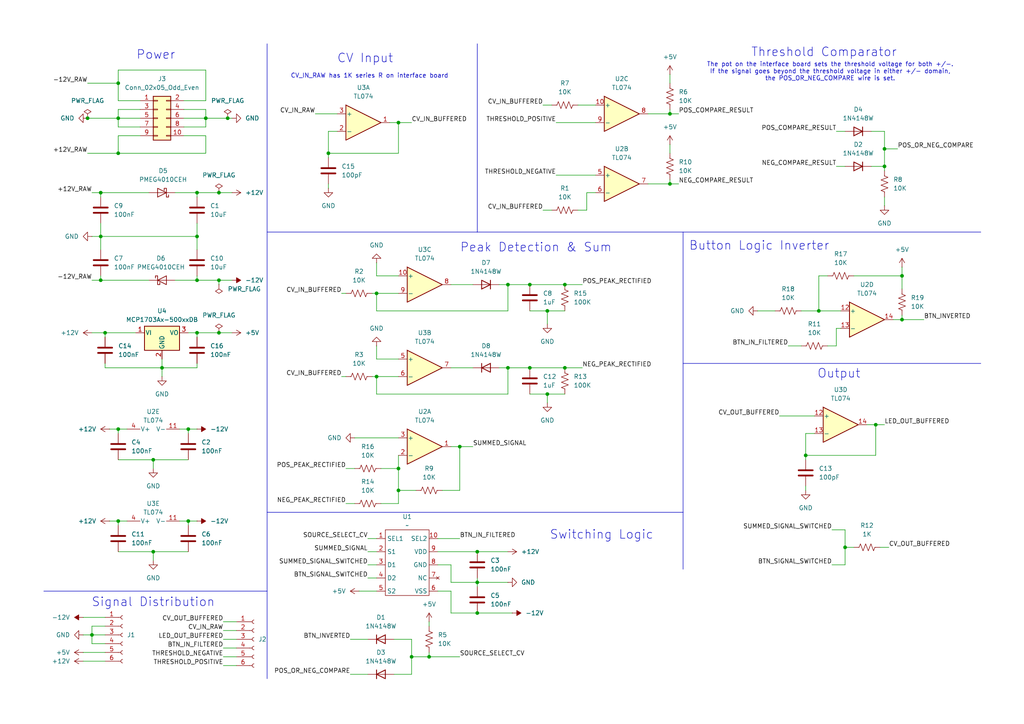
<source format=kicad_sch>
(kicad_sch (version 20250114) (generator "eeschema") (generator_version "9.0")
  (paper "A4")
  (title_block (title "CV/Button Square Wave Converter Logic Board") (company "Sound Byte Labs"))
  (text "CV_IN_RAW has 1K series R on interface board" (at 107.188 22.098 0) (effects (font (size 1.27 1.27))))
  (text "The pot on the interface board sets the threshold voltage for both +/-.\nIf the signal goes beyond the threshold voltage in either +/- domain,\nthe POS_OR_NEG_COMPARE wire is set." (at 240.792 20.828 0) (effects (font (size 1.27 1.27))))
  (text "Switching Logic" (at 174.498 155.194 0) (effects (font (size 2.54 2.54))))
  (text "CV Input" (at 105.918 17.018 0) (effects (font (size 2.54 2.54))))
  (text "Signal Distribution" (at 44.45 174.752 0) (effects (font (size 2.54 2.54))))
  (text "Button Logic Inverter" (at 220.218 71.374 0) (effects (font (size 2.54 2.54))))
  (text "Peak Detection & Sum" (at 155.448 71.882 0) (effects (font (size 2.54 2.54))))
  (text "Threshold Comparator" (at 239.014 15.24 0) (effects (font (size 2.54 2.54))))
  (text "Power" (at 45.212 16.002 0) (effects (font (size 2.54 2.54))))
  (text "Output" (at 243.332 108.458 0) (effects (font (size 2.54 2.54))))
  (junction (at 194.31 33.02))
  (junction (at 261.62 80.01))
  (junction (at 57.15 55.88))
  (junction (at 163.83 106.68))
  (junction (at 63.5 81.28))
  (junction (at 30.48 96.52))
  (junction (at 34.29 44.45))
  (junction (at 63.5 55.88))
  (junction (at 163.83 82.55))
  (junction (at 138.43 177.8))
  (junction (at 34.29 34.29))
  (junction (at 57.15 68.58))
  (junction (at 25.4 34.29))
  (junction (at 245.11 158.75))
  (junction (at 44.45 133.35))
  (junction (at 115.57 35.56))
  (junction (at 57.15 96.52))
  (junction (at 194.31 53.34))
  (junction (at 254 123.19))
  (junction (at 158.75 90.17))
  (junction (at 115.57 142.24))
  (junction (at 66.04 34.29))
  (junction (at 109.22 109.22))
  (junction (at 59.69 34.29))
  (junction (at 119.38 190.5))
  (junction (at 34.29 151.13))
  (junction (at 57.15 81.28))
  (junction (at 158.75 114.3))
  (junction (at 147.32 106.68))
  (junction (at 138.43 168.91))
  (junction (at 44.45 160.02))
  (junction (at 54.61 151.13))
  (junction (at 261.62 92.71))
  (junction (at 34.29 124.46))
  (junction (at 256.54 48.26))
  (junction (at 34.29 24.13))
  (junction (at 133.35 129.54))
  (junction (at 46.99 106.68))
  (junction (at 233.68 132.08))
  (junction (at 109.22 85.09))
  (junction (at 153.67 82.55))
  (junction (at 115.57 135.89))
  (junction (at 256.54 43.18))
  (junction (at 95.25 44.45))
  (junction (at 147.32 82.55))
  (junction (at 54.61 124.46))
  (junction (at 153.67 106.68))
  (junction (at 29.21 68.58))
  (junction (at 26.67 184.15))
  (junction (at 29.21 55.88))
  (junction (at 237.49 90.17))
  (junction (at 29.21 81.28))
  (junction (at 63.5 96.52))
  (junction (at 124.46 190.5))
  (junction (at 138.43 160.02))
  (wire (pts (xy 256.54 48.26) (xy 256.54 49.53)))
  (wire (pts (xy 50.8 81.28) (xy 57.15 81.28)))
  (wire (pts (xy 52.07 124.46) (xy 54.61 124.46)))
  (wire (pts (xy 53.34 31.75) (xy 59.69 31.75)))
  (wire (pts (xy 97.79 38.1) (xy 95.25 38.1)))
  (wire (pts (xy 24.13 179.07) (xy 30.48 179.07)))
  (wire (pts (xy 34.29 44.45) (xy 59.69 44.45)))
  (wire (pts (xy 95.25 38.1) (xy 95.25 44.45)))
  (wire (pts (xy 26.67 68.58) (xy 29.21 68.58)))
  (wire (pts (xy 44.45 133.35) (xy 44.45 135.89)))
  (wire (pts (xy 242.57 95.25) (xy 243.84 95.25)))
  (wire (pts (xy 34.29 124.46) (xy 36.83 124.46)))
  (wire (pts (xy 157.48 60.96) (xy 160.02 60.96)))
  (wire (pts (xy 50.8 55.88) (xy 57.15 55.88)))
  (wire (pts (xy 31.75 151.13) (xy 34.29 151.13)))
  (wire (pts (xy 261.62 92.71) (xy 267.97 92.71)))
  (wire (pts (xy 34.29 39.37) (xy 40.64 39.37)))
  (wire (pts (xy 147.32 90.17) (xy 109.22 90.17)))
  (wire (pts (xy 31.75 124.46) (xy 34.29 124.46)))
  (wire (pts (xy 34.29 34.29) (xy 34.29 36.83)))
  (wire (pts (xy 130.81 168.91) (xy 130.81 163.83)))
  (wire (pts (xy 130.81 177.8) (xy 138.43 177.8)))
  (wire (pts (xy 26.67 96.52) (xy 30.48 96.52)))
  (wire (pts (xy 194.31 53.34) (xy 196.85 53.34)))
  (wire (pts (xy 167.64 60.96) (xy 170.18 60.96)))
  (wire (pts (xy 233.68 132.08) (xy 254 132.08)))
  (wire (pts (xy 226.06 120.65) (xy 236.22 120.65)))
  (wire (pts (xy 110.49 135.89) (xy 115.57 135.89)))
  (wire (pts (xy 34.29 24.13) (xy 34.29 29.21)))
  (wire (pts (xy 133.35 129.54) (xy 137.16 129.54)))
  (wire (pts (xy 64.77 190.5) (xy 68.58 190.5)))
  (wire (pts (xy 194.31 31.75) (xy 194.31 33.02)))
  (wire (pts (xy 233.68 125.73) (xy 233.68 132.08)))
  (polyline (pts (xy 198.12 165.1) (xy 198.12 148.59)))
  (wire (pts (xy 34.29 29.21) (xy 40.64 29.21)))
  (wire (pts (xy 158.75 90.17) (xy 163.83 90.17)))
  (wire (pts (xy 100.33 146.05) (xy 102.87 146.05)))
  (wire (pts (xy 59.69 29.21) (xy 59.69 20.32)))
  (wire (pts (xy 109.22 104.14) (xy 109.22 100.33)))
  (polyline (pts (xy 12.7 171.45) (xy 77.47 171.45)))
  (wire (pts (xy 194.31 33.02) (xy 187.96 33.02)))
  (wire (pts (xy 163.83 82.55) (xy 168.91 82.55)))
  (wire (pts (xy 153.67 90.17) (xy 158.75 90.17)))
  (wire (pts (xy 57.15 80.01) (xy 57.15 81.28)))
  (wire (pts (xy 158.75 114.3) (xy 158.75 116.84)))
  (wire (pts (xy 256.54 57.15) (xy 256.54 59.69)))
  (wire (pts (xy 25.4 44.45) (xy 34.29 44.45)))
  (wire (pts (xy 24.13 184.15) (xy 26.67 184.15)))
  (wire (pts (xy 256.54 43.18) (xy 260.35 43.18)))
  (wire (pts (xy 240.03 100.33) (xy 242.57 100.33)))
  (wire (pts (xy 101.6 185.42) (xy 106.68 185.42)))
  (wire (pts (xy 124.46 180.34) (xy 124.46 181.61)))
  (wire (pts (xy 237.49 80.01) (xy 237.49 90.17)))
  (wire (pts (xy 130.81 171.45) (xy 127 171.45)))
  (wire (pts (xy 101.6 195.58) (xy 106.68 195.58)))
  (wire (pts (xy 40.64 36.83) (xy 34.29 36.83)))
  (wire (pts (xy 236.22 125.73) (xy 233.68 125.73)))
  (wire (pts (xy 219.71 90.17) (xy 224.79 90.17)))
  (wire (pts (xy 130.81 177.8) (xy 130.81 171.45)))
  (wire (pts (xy 233.68 132.08) (xy 233.68 133.35)))
  (wire (pts (xy 127 160.02) (xy 138.43 160.02)))
  (wire (pts (xy 115.57 35.56) (xy 115.57 44.45)))
  (wire (pts (xy 59.69 31.75) (xy 59.69 34.29)))
  (wire (pts (xy 115.57 85.09) (xy 109.22 85.09)))
  (wire (pts (xy 64.77 187.96) (xy 68.58 187.96)))
  (wire (pts (xy 161.29 35.56) (xy 172.72 35.56)))
  (wire (pts (xy 124.46 189.23) (xy 124.46 190.5)))
  (polyline (pts (xy 198.12 148.59) (xy 198.12 67.31)))
  (wire (pts (xy 34.29 31.75) (xy 34.29 34.29)))
  (wire (pts (xy 29.21 55.88) (xy 29.21 57.15)))
  (wire (pts (xy 153.67 114.3) (xy 158.75 114.3)))
  (wire (pts (xy 153.67 82.55) (xy 163.83 82.55)))
  (wire (pts (xy 26.67 186.69) (xy 26.67 184.15)))
  (wire (pts (xy 64.77 180.34) (xy 68.58 180.34)))
  (wire (pts (xy 130.81 168.91) (xy 138.43 168.91)))
  (wire (pts (xy 52.07 151.13) (xy 54.61 151.13)))
  (wire (pts (xy 138.43 168.91) (xy 147.32 168.91)))
  (wire (pts (xy 100.33 135.89) (xy 102.87 135.89)))
  (wire (pts (xy 57.15 81.28) (xy 63.5 81.28)))
  (wire (pts (xy 53.34 36.83) (xy 59.69 36.83)))
  (wire (pts (xy 133.35 129.54) (xy 130.81 129.54)))
  (wire (pts (xy 29.21 68.58) (xy 29.21 72.39)))
  (wire (pts (xy 256.54 38.1) (xy 256.54 43.18)))
  (wire (pts (xy 170.18 60.96) (xy 170.18 55.88)))
  (wire (pts (xy 245.11 158.75) (xy 245.11 153.67)))
  (wire (pts (xy 130.81 106.68) (xy 137.16 106.68)))
  (polyline (pts (xy 77.47 12.7) (xy 77.47 171.45)))
  (wire (pts (xy 161.29 50.8) (xy 172.72 50.8)))
  (wire (pts (xy 245.11 163.83) (xy 245.11 158.75)))
  (wire (pts (xy 153.67 106.68) (xy 163.83 106.68)))
  (wire (pts (xy 109.22 114.3) (xy 109.22 109.22)))
  (wire (pts (xy 109.22 90.17) (xy 109.22 85.09)))
  (wire (pts (xy 127 156.21) (xy 133.35 156.21)))
  (wire (pts (xy 115.57 35.56) (xy 119.38 35.56)))
  (wire (pts (xy 138.43 168.91) (xy 138.43 170.18)))
  (wire (pts (xy 242.57 38.1) (xy 245.11 38.1)))
  (wire (pts (xy 194.31 41.91) (xy 194.31 44.45)))
  (polyline (pts (xy 138.43 12.7) (xy 138.43 67.31)))
  (wire (pts (xy 252.73 48.26) (xy 256.54 48.26)))
  (wire (pts (xy 59.69 34.29) (xy 66.04 34.29)))
  (wire (pts (xy 34.29 20.32) (xy 59.69 20.32)))
  (wire (pts (xy 57.15 64.77) (xy 57.15 68.58)))
  (wire (pts (xy 158.75 114.3) (xy 163.83 114.3)))
  (wire (pts (xy 29.21 81.28) (xy 43.18 81.28)))
  (wire (pts (xy 53.34 29.21) (xy 59.69 29.21)))
  (wire (pts (xy 24.13 191.77) (xy 30.48 191.77)))
  (wire (pts (xy 30.48 106.68) (xy 46.99 106.68)))
  (wire (pts (xy 194.31 33.02) (xy 196.85 33.02)))
  (wire (pts (xy 115.57 135.89) (xy 115.57 132.08)))
  (wire (pts (xy 102.87 127) (xy 115.57 127)))
  (wire (pts (xy 242.57 100.33) (xy 242.57 95.25)))
  (wire (pts (xy 46.99 106.68) (xy 57.15 106.68)))
  (wire (pts (xy 119.38 190.5) (xy 124.46 190.5)))
  (wire (pts (xy 54.61 124.46) (xy 57.15 124.46)))
  (wire (pts (xy 44.45 133.35) (xy 54.61 133.35)))
  (wire (pts (xy 128.27 142.24) (xy 133.35 142.24)))
  (wire (pts (xy 261.62 91.44) (xy 261.62 92.71)))
  (wire (pts (xy 34.29 44.45) (xy 34.29 39.37)))
  (wire (pts (xy 95.25 44.45) (xy 115.57 44.45)))
  (wire (pts (xy 57.15 105.41) (xy 57.15 106.68)))
  (wire (pts (xy 241.3 153.67) (xy 245.11 153.67)))
  (wire (pts (xy 110.49 146.05) (xy 115.57 146.05)))
  (wire (pts (xy 158.75 90.17) (xy 158.75 93.98)))
  (wire (pts (xy 106.68 156.21) (xy 109.22 156.21)))
  (wire (pts (xy 64.77 193.04) (xy 68.58 193.04)))
  (wire (pts (xy 57.15 68.58) (xy 57.15 72.39)))
  (wire (pts (xy 251.46 123.19) (xy 254 123.19)))
  (wire (pts (xy 63.5 81.28) (xy 67.31 81.28)))
  (wire (pts (xy 133.35 142.24) (xy 133.35 129.54)))
  (wire (pts (xy 57.15 97.79) (xy 57.15 96.52)))
  (wire (pts (xy 54.61 96.52) (xy 57.15 96.52)))
  (wire (pts (xy 254 123.19) (xy 256.54 123.19)))
  (wire (pts (xy 44.45 160.02) (xy 54.61 160.02)))
  (wire (pts (xy 130.81 163.83) (xy 127 163.83)))
  (wire (pts (xy 233.68 140.97) (xy 233.68 142.24)))
  (wire (pts (xy 54.61 124.46) (xy 54.61 125.73)))
  (polyline (pts (xy 138.43 67.31) (xy 284.48 67.31)))
  (wire (pts (xy 34.29 160.02) (xy 44.45 160.02)))
  (wire (pts (xy 59.69 36.83) (xy 59.69 34.29)))
  (wire (pts (xy 29.21 68.58) (xy 57.15 68.58)))
  (wire (pts (xy 254 132.08) (xy 254 123.19)))
  (wire (pts (xy 26.67 181.61) (xy 26.67 184.15)))
  (wire (pts (xy 187.96 53.34) (xy 194.31 53.34)))
  (wire (pts (xy 144.78 106.68) (xy 147.32 106.68)))
  (wire (pts (xy 107.95 85.09) (xy 109.22 85.09)))
  (polyline (pts (xy 198.12 148.59) (xy 77.47 148.59)))
  (polyline (pts (xy 198.12 105.41) (xy 284.48 105.41)))
  (wire (pts (xy 46.99 106.68) (xy 46.99 109.22)))
  (wire (pts (xy 106.68 163.83) (xy 109.22 163.83)))
  (wire (pts (xy 99.06 85.09) (xy 100.33 85.09)))
  (wire (pts (xy 109.22 109.22) (xy 115.57 109.22)))
  (wire (pts (xy 119.38 190.5) (xy 119.38 185.42)))
  (wire (pts (xy 95.25 53.34) (xy 95.25 54.61)))
  (wire (pts (xy 163.83 106.68) (xy 168.91 106.68)))
  (wire (pts (xy 232.41 90.17) (xy 237.49 90.17)))
  (wire (pts (xy 147.32 106.68) (xy 147.32 114.3)))
  (wire (pts (xy 107.95 109.22) (xy 109.22 109.22)))
  (wire (pts (xy 115.57 104.14) (xy 109.22 104.14)))
  (wire (pts (xy 147.32 106.68) (xy 153.67 106.68)))
  (wire (pts (xy 30.48 105.41) (xy 30.48 106.68)))
  (wire (pts (xy 124.46 190.5) (xy 133.35 190.5)))
  (wire (pts (xy 29.21 80.01) (xy 29.21 81.28)))
  (wire (pts (xy 54.61 151.13) (xy 57.15 151.13)))
  (wire (pts (xy 40.64 31.75) (xy 34.29 31.75)))
  (wire (pts (xy 241.3 163.83) (xy 245.11 163.83)))
  (wire (pts (xy 29.21 64.77) (xy 29.21 68.58)))
  (polyline (pts (xy 77.47 171.45) (xy 77.47 196.85)))
  (wire (pts (xy 25.4 34.29) (xy 34.29 34.29)))
  (wire (pts (xy 34.29 151.13) (xy 34.29 152.4)))
  (wire (pts (xy 256.54 43.18) (xy 256.54 48.26)))
  (wire (pts (xy 114.3 185.42) (xy 119.38 185.42)))
  (wire (pts (xy 95.25 44.45) (xy 95.25 45.72)))
  (wire (pts (xy 261.62 80.01) (xy 261.62 83.82)))
  (wire (pts (xy 30.48 96.52) (xy 30.48 97.79)))
  (wire (pts (xy 64.77 182.88) (xy 68.58 182.88)))
  (wire (pts (xy 115.57 142.24) (xy 115.57 135.89)))
  (wire (pts (xy 26.67 81.28) (xy 29.21 81.28)))
  (wire (pts (xy 259.08 92.71) (xy 261.62 92.71)))
  (wire (pts (xy 30.48 96.52) (xy 39.37 96.52)))
  (wire (pts (xy 25.4 24.13) (xy 34.29 24.13)))
  (wire (pts (xy 194.31 21.59) (xy 194.31 24.13)))
  (wire (pts (xy 255.27 158.75) (xy 257.81 158.75)))
  (wire (pts (xy 109.22 80.01) (xy 109.22 76.2)))
  (wire (pts (xy 53.34 39.37) (xy 59.69 39.37)))
  (wire (pts (xy 67.31 34.29) (xy 66.04 34.29)))
  (wire (pts (xy 57.15 55.88) (xy 57.15 57.15)))
  (wire (pts (xy 54.61 151.13) (xy 54.61 152.4)))
  (wire (pts (xy 63.5 96.52) (xy 67.31 96.52)))
  (wire (pts (xy 114.3 195.58) (xy 119.38 195.58)))
  (wire (pts (xy 170.18 55.88) (xy 172.72 55.88)))
  (wire (pts (xy 113.03 35.56) (xy 115.57 35.56)))
  (wire (pts (xy 64.77 185.42) (xy 68.58 185.42)))
  (wire (pts (xy 138.43 177.8) (xy 148.59 177.8)))
  (wire (pts (xy 147.32 114.3) (xy 109.22 114.3)))
  (wire (pts (xy 46.99 104.14) (xy 46.99 106.68)))
  (wire (pts (xy 34.29 124.46) (xy 34.29 125.73)))
  (wire (pts (xy 119.38 190.5) (xy 119.38 195.58)))
  (wire (pts (xy 26.67 184.15) (xy 30.48 184.15)))
  (wire (pts (xy 63.5 55.88) (xy 67.31 55.88)))
  (wire (pts (xy 261.62 77.47) (xy 261.62 80.01)))
  (wire (pts (xy 109.22 80.01) (xy 115.57 80.01)))
  (wire (pts (xy 59.69 39.37) (xy 59.69 44.45)))
  (wire (pts (xy 115.57 146.05) (xy 115.57 142.24)))
  (wire (pts (xy 247.65 158.75) (xy 245.11 158.75)))
  (wire (pts (xy 144.78 82.55) (xy 147.32 82.55)))
  (wire (pts (xy 157.48 30.48) (xy 160.02 30.48)))
  (wire (pts (xy 29.21 55.88) (xy 43.18 55.88)))
  (polyline (pts (xy 77.47 67.31) (xy 138.43 67.31)))
  (wire (pts (xy 237.49 90.17) (xy 243.84 90.17)))
  (wire (pts (xy 57.15 55.88) (xy 63.5 55.88)))
  (wire (pts (xy 30.48 181.61) (xy 26.67 181.61)))
  (wire (pts (xy 24.13 189.23) (xy 30.48 189.23)))
  (wire (pts (xy 247.65 80.01) (xy 261.62 80.01)))
  (wire (pts (xy 115.57 142.24) (xy 120.65 142.24)))
  (wire (pts (xy 138.43 168.91) (xy 138.43 167.64)))
  (wire (pts (xy 147.32 82.55) (xy 153.67 82.55)))
  (wire (pts (xy 104.14 171.45) (xy 109.22 171.45)))
  (wire (pts (xy 106.68 160.02) (xy 109.22 160.02)))
  (wire (pts (xy 252.73 38.1) (xy 256.54 38.1)))
  (wire (pts (xy 57.15 96.52) (xy 63.5 96.52)))
  (wire (pts (xy 44.45 160.02) (xy 44.45 162.56)))
  (wire (pts (xy 34.29 133.35) (xy 44.45 133.35)))
  (wire (pts (xy 138.43 160.02) (xy 147.32 160.02)))
  (wire (pts (xy 130.81 82.55) (xy 137.16 82.55)))
  (wire (pts (xy 99.06 109.22) (xy 100.33 109.22)))
  (wire (pts (xy 34.29 20.32) (xy 34.29 24.13)))
  (wire (pts (xy 30.48 186.69) (xy 26.67 186.69)))
  (wire (pts (xy 237.49 80.01) (xy 240.03 80.01)))
  (wire (pts (xy 53.34 34.29) (xy 59.69 34.29)))
  (wire (pts (xy 34.29 34.29) (xy 40.64 34.29)))
  (wire (pts (xy 147.32 82.55) (xy 147.32 90.17)))
  (wire (pts (xy 91.44 33.02) (xy 97.79 33.02)))
  (wire (pts (xy 26.67 55.88) (xy 29.21 55.88)))
  (wire (pts (xy 167.64 30.48) (xy 172.72 30.48)))
  (wire (pts (xy 194.31 53.34) (xy 194.31 52.07)))
  (polyline (pts (xy 198.12 148.59) (xy 198.12 148.59)))
  (wire (pts (xy 228.6 100.33) (xy 232.41 100.33)))
  (wire (pts (xy 63.5 82.55) (xy 63.5 81.28)))
  (wire (pts (xy 34.29 151.13) (xy 36.83 151.13)))
  (wire (pts (xy 106.68 167.64) (xy 109.22 167.64)))
  (wire (pts (xy 242.57 48.26) (xy 245.11 48.26)))
  (label "THRESHOLD_POSITIVE" (at 161.29 35.56 180))
  (label "THRESHOLD_NEGATIVE" (at 161.29 50.8 180))
  (label "LED_OUT_BUFFERED" (at 256.54 123.19 0))
  (label "POS_COMPARE_RESULT" (at 242.57 38.1 180))
  (label "CV_IN_BUFFERED" (at 99.06 109.22 180))
  (label "SUMMED_SIGNAL_SWITCHED" (at 106.68 163.83 180))
  (label "SUMMED_SIGNAL" (at 137.16 129.54 0))
  (label "POS_OR_NEG_COMPARE" (at 101.6 195.58 180))
  (label "CV_IN_BUFFERED" (at 157.48 30.48 180))
  (label "NEG_PEAK_RECTIFIED" (at 168.91 106.68 0))
  (label "BTN_INVERTED" (at 101.6 185.42 180))
  (label "POS_PEAK_RECTIFIED" (at 100.33 135.89 180))
  (label "+12V_RAW" (at 26.67 55.88 180))
  (label "-12V_RAW" (at 26.67 81.28 180))
  (label "THRESHOLD_NEGATIVE" (at 64.77 190.5 180))
  (label "LED_OUT_BUFFERED" (at 64.77 185.42 180))
  (label "CV_IN_RAW" (at 64.77 182.88 180))
  (label "SUMMED_SIGNAL" (at 106.68 160.02 180))
  (label "BTN_IN_FILTERED" (at 228.6 100.33 180))
  (label "+12V_RAW" (at 25.4 44.45 180))
  (label "POS_PEAK_RECTIFIED" (at 168.91 82.55 0))
  (label "NEG_COMPARE_RESULT" (at 242.57 48.26 180))
  (label "CV_IN_BUFFERED" (at 157.48 60.96 180))
  (label "BTN_INVERTED" (at 267.97 92.71 0))
  (label "BTN_IN_FILTERED" (at 133.35 156.21 0))
  (label "CV_OUT_BUFFERED" (at 257.81 158.75 0))
  (label "-12V_RAW" (at 25.4 24.13 180))
  (label "THRESHOLD_POSITIVE" (at 64.77 193.04 180))
  (label "NEG_COMPARE_RESULT" (at 196.85 53.34 0))
  (label "POS_OR_NEG_COMPARE" (at 260.35 43.18 0))
  (label "NEG_PEAK_RECTIFIED" (at 100.33 146.05 180))
  (label "SOURCE_SELECT_CV" (at 106.68 156.21 180))
  (label "CV_IN_BUFFERED" (at 99.06 85.09 180))
  (label "BTN_IN_FILTERED" (at 64.77 187.96 180))
  (label "BTN_SIGNAL_SWITCHED" (at 241.3 163.83 180))
  (label "SOURCE_SELECT_CV" (at 133.35 190.5 0))
  (label "SUMMED_SIGNAL_SWITCHED" (at 241.3 153.67 180))
  (label "CV_IN_RAW" (at 91.44 33.02 180))
  (label "BTN_SIGNAL_SWITCHED" (at 106.68 167.64 180))
  (label "CV_IN_BUFFERED" (at 119.38 35.56 0))
  (label "CV_OUT_BUFFERED" (at 64.77 180.34 180))
  (label "POS_COMPARE_RESULT" (at 196.85 33.02 0))
  (label "CV_OUT_BUFFERED" (at 226.06 120.65 180))
  (symbol (lib_id "Device:R_US") (at 163.83 110.49 180) (unit 1)
    (property "Reference" "R13" (at 166.37 109.2199 0) (effects (justify right)))
    (property "Value" "100K" (at 166.37 111.7599 0) (effects (justify right)))
    (property "Footprint" "Resistor_SMD:R_0805_2012Metric_Pad1.20x1.40mm_HandSolder" (effects (hide yes)))
    (property "Description" "Resistor, US symbol" (effects (hide yes)))
  )
  (symbol (lib_id "power:GND") (at 44.45 135.89 0) (unit 1)
    (property "Reference" "#PWR027" (effects (hide yes)))
    (property "Value" "GND" (at 44.45 140.97 0))
    (property "Description" "Power symbol creates a global label with name \"GND\" , ground" (effects (hide yes)))
  )
  (symbol (lib_id "power:-12V") (at 57.15 151.13 270) (unit 1)
    (property "Reference" "#PWR015" (effects (hide yes)))
    (property "Value" "-12V" (at 60.96 151.1299 90) (effects (justify left)))
    (property "Description" "Power symbol creates a global label with name \"-12V\"" (effects (hide yes)))
  )
  (symbol (lib_id "Device:R_US") (at 261.62 87.63 180) (unit 1)
    (property "Reference" "R19" (at 264.16 86.3599 0) (effects (justify right)))
    (property "Value" "10K" (at 264.16 88.8999 0) (effects (justify right)))
    (property "Footprint" "Resistor_SMD:R_0805_2012Metric_Pad1.20x1.40mm_HandSolder" (effects (hide yes)))
    (property "Description" "Resistor, US symbol" (effects (hide yes)))
  )
  (symbol (lib_id "Device:R_US") (at 163.83 60.96 270) (unit 1)
    (property "Reference" "R1" (at 163.83 54.61 90))
    (property "Value" "10K" (at 163.83 57.15 90))
    (property "Footprint" "Resistor_SMD:R_0805_2012Metric_Pad1.20x1.40mm_HandSolder" (effects (hide yes)))
    (property "Description" "Resistor, US symbol" (effects (hide yes)))
  )
  (symbol (lib_id "power:GND") (at 109.22 76.2 180) (unit 1)
    (property "Reference" "#PWR018" (effects (hide yes)))
    (property "Value" "GND" (at 109.22 71.12 0))
    (property "Description" "Power symbol creates a global label with name \"GND\" , ground" (effects (hide yes)))
  )
  (symbol (lib_id "Device:R_US") (at 243.84 80.01 90) (unit 1)
    (property "Reference" "R17" (at 243.84 73.66 90))
    (property "Value" "10K" (at 243.84 76.2 90))
    (property "Footprint" "Resistor_SMD:R_0805_2012Metric_Pad1.20x1.40mm_HandSolder" (effects (hide yes)))
    (property "Description" "Resistor, US symbol" (effects (hide yes)))
  )
  (symbol (lib_id "power:+5V") (at 124.46 180.34 0) (unit 1)
    (property "Reference" "#PWR032" (effects (hide yes)))
    (property "Value" "+5V" (at 124.46 175.26 0))
    (property "Description" "Power symbol creates a global label with name \"+5V\"" (effects (hide yes)))
  )
  (symbol (lib_id "Amplifier_Operational:TL074") (at 123.19 82.55 0) (unit 3)
    (property "Reference" "U3" (at 123.19 72.39 0))
    (property "Value" "TL074" (at 123.19 74.93 0))
    (property "Footprint" "Package_SO:SOIC-14_3.9x8.7mm_P1.27mm" (effects (hide yes)))
    (property "Datasheet" "http://www.ti.com/lit/ds/symlink/tl071.pdf" (effects (hide yes)))
    (property "Description" "Quad Low-Noise JFET-Input Operational Amplifiers, DIP-14/SOIC-14" (effects (hide yes)))
  )
  (symbol (lib_id "Amplifier_Operational:TL074") (at 44.45 148.59 90) (unit 5)
    (property "Reference" "U3" (at 44.45 146.05 90))
    (property "Value" "TL074" (at 44.45 148.59 90))
    (property "Footprint" "Package_SO:SOIC-14_3.9x8.7mm_P1.27mm" (effects (hide yes)))
    (property "Datasheet" "http://www.ti.com/lit/ds/symlink/tl071.pdf" (effects (hide yes)))
    (property "Description" "Quad Low-Noise JFET-Input Operational Amplifiers, DIP-14/SOIC-14" (effects (hide yes)))
  )
  (symbol (lib_id "power:GND") (at 109.22 100.33 180) (unit 1)
    (property "Reference" "#PWR020" (effects (hide yes)))
    (property "Value" "GND" (at 109.22 95.25 0))
    (property "Description" "Power symbol creates a global label with name \"GND\" , ground" (effects (hide yes)))
  )
  (symbol (lib_id "power:+12V") (at 24.13 191.77 90) (unit 1)
    (property "Reference" "#PWR09" (effects (hide yes)))
    (property "Value" "+12V" (at 20.32 191.7699 90) (effects (justify left)))
    (property "Description" "Power symbol creates a global label with name \"+12V\"" (effects (hide yes)))
  )
  (symbol (lib_id "power:+5V") (at 24.13 189.23 90) (unit 1)
    (property "Reference" "#PWR08" (effects (hide yes)))
    (property "Value" "+5V" (at 20.32 189.2299 90) (effects (justify left)))
    (property "Description" "Power symbol creates a global label with name \"+5V\"" (effects (hide yes)))
  )
  (symbol (lib_id "Amplifier_Operational:TL074") (at 123.19 106.68 0) (unit 2)
    (property "Reference" "U3" (at 123.19 96.52 0))
    (property "Value" "TL074" (at 123.19 99.06 0))
    (property "Footprint" "Package_SO:SOIC-14_3.9x8.7mm_P1.27mm" (effects (hide yes)))
    (property "Datasheet" "http://www.ti.com/lit/ds/symlink/tl071.pdf" (effects (hide yes)))
    (property "Description" "Quad Low-Noise JFET-Input Operational Amplifiers, DIP-14/SOIC-14" (effects (hide yes)))
  )
  (symbol (lib_id "power:-12V") (at 67.31 81.28 270) (unit 1)
    (property "Reference" "#PWR02" (effects (hide yes)))
    (property "Value" "-12V" (at 71.12 81.2799 90) (effects (justify left)))
    (property "Description" "Power symbol creates a global label with name \"-12V\"" (effects (hide yes)))
  )
  (symbol (lib_id "power:GND") (at 46.99 109.22 0) (unit 1)
    (property "Reference" "#PWR06" (effects (hide yes)))
    (property "Value" "GND" (at 46.99 114.3 0))
    (property "Description" "Power symbol creates a global label with name \"GND\" , ground" (effects (hide yes)))
  )
  (symbol (lib_id "Device:R_US") (at 163.83 30.48 270) (unit 1)
    (property "Reference" "R7" (at 163.83 24.13 90))
    (property "Value" "10K" (at 163.83 26.67 90))
    (property "Footprint" "Resistor_SMD:R_0805_2012Metric_Pad1.20x1.40mm_HandSolder" (effects (hide yes)))
    (property "Description" "Resistor, US symbol" (effects (hide yes)))
  )
  (symbol (lib_id "Device:R_US") (at 256.54 53.34 0) (unit 1)
    (property "Reference" "R8" (at 259.08 52.0699 0) (effects (justify left)))
    (property "Value" "10K" (at 259.08 54.6099 0) (effects (justify left)))
    (property "Footprint" "Resistor_SMD:R_0805_2012Metric_Pad1.20x1.40mm_HandSolder" (effects (hide yes)))
    (property "Description" "Resistor, US symbol" (effects (hide yes)))
  )
  (symbol (lib_id "Device:C") (at 34.29 129.54 180) (unit 1)
    (property "Reference" "C4" (at 38.1 128.2699 0) (effects (justify right)))
    (property "Value" "100nF" (at 38.1 130.8099 0) (effects (justify right)))
    (property "Footprint" "Capacitor_SMD:C_0805_2012Metric_Pad1.18x1.45mm_HandSolder" (effects (hide yes)))
    (property "Description" "Unpolarized capacitor" (effects (hide yes)))
  )
  (symbol (lib_id "power:PWR_FLAG") (at 63.5 96.52 0) (unit 1)
    (property "Reference" "#FLG07" (effects (hide yes)))
    (property "Value" "PWR_FLAG" (at 63.5 91.44 0))
    (property "Description" "Special symbol for telling ERC where power comes from" (effects (hide yes)))
  )
  (symbol (lib_id "power:+5V") (at 67.31 96.52 270) (unit 1)
    (property "Reference" "#PWR05" (effects (hide yes)))
    (property "Value" "+5V" (at 71.12 96.5199 90) (effects (justify left)))
    (property "Description" "Power symbol creates a global label with name \"+5V\"" (effects (hide yes)))
  )
  (symbol (lib_id "power:+12V") (at 67.31 55.88 270) (unit 1)
    (property "Reference" "#PWR01" (effects (hide yes)))
    (property "Value" "+12V" (at 71.12 55.8799 90) (effects (justify left)))
    (property "Description" "Power symbol creates a global label with name \"+12V\"" (effects (hide yes)))
  )
  (symbol (lib_id "Amplifier_Operational:TL074") (at 251.46 92.71 0) (unit 4)
    (property "Reference" "U2" (at 251.46 82.55 0))
    (property "Value" "TL074" (at 251.46 85.09 0))
    (property "Footprint" "Package_SO:SOIC-14_3.9x8.7mm_P1.27mm" (effects (hide yes)))
    (property "Datasheet" "http://www.ti.com/lit/ds/symlink/tl071.pdf" (effects (hide yes)))
    (property "Description" "Quad Low-Noise JFET-Input Operational Amplifiers, DIP-14/SOIC-14" (effects (hide yes)))
  )
  (symbol (lib_id "power:GND") (at 147.32 168.91 90) (unit 1)
    (property "Reference" "#PWR031" (effects (hide yes)))
    (property "Value" "GND" (at 151.13 168.9099 90) (effects (justify right)))
    (property "Description" "Power symbol creates a global label with name \"GND\" , ground" (effects (hide yes)))
  )
  (symbol (lib_id "Device:R_US") (at 194.31 48.26 0) (unit 1)
    (property "Reference" "R10" (at 196.85 46.9899 0) (effects (justify left)))
    (property "Value" "10K" (at 196.85 49.5299 0) (effects (justify left)))
    (property "Footprint" "Resistor_SMD:R_0805_2012Metric_Pad1.20x1.40mm_HandSolder" (effects (hide yes)))
    (property "Description" "Resistor, US symbol" (effects (hide yes)))
  )
  (symbol (lib_id "power:GND") (at 219.71 90.17 270) (unit 1)
    (property "Reference" "#PWR025" (effects (hide yes)))
    (property "Value" "GND" (at 215.9 90.1699 90) (effects (justify right)))
    (property "Description" "Power symbol creates a global label with name \"GND\" , ground" (effects (hide yes)))
  )
  (symbol (lib_id "Diode:1N4148W") (at 140.97 82.55 180) (unit 1)
    (property "Reference" "D7" (at 140.97 76.2 0))
    (property "Value" "1N4148W" (at 140.97 78.74 0))
    (property "Footprint" "Diode_SMD:D_SOD-123" (effects (hide yes)))
    (property "Datasheet" "https://www.vishay.com/docs/85748/1n4148w.pdf" (effects (hide yes)))
    (property "Description" "75V 0.15A Fast Switching Diode, SOD-123" (effects (hide yes)))
    (property "Sim.Device" "D" (effects (hide yes)))
    (property "Sim.Pins" "1=K 2=A" (effects (hide yes)))
  )
  (symbol (lib_id "power:GND") (at 158.75 93.98 0) (unit 1)
    (property "Reference" "#PWR019" (effects (hide yes)))
    (property "Value" "GND" (at 158.75 99.06 0))
    (property "Description" "Power symbol creates a global label with name \"GND\" , ground" (effects (hide yes)))
  )
  (symbol (lib_id "Diode:1N4148W") (at 110.49 185.42 0) (unit 1)
    (property "Reference" "D1" (at 110.49 179.07 0))
    (property "Value" "1N4148W" (at 110.49 181.61 0))
    (property "Footprint" "Diode_SMD:D_SOD-123" (effects (hide yes)))
    (property "Datasheet" "https://www.vishay.com/docs/85748/1n4148w.pdf" (effects (hide yes)))
    (property "Description" "75V 0.15A Fast Switching Diode, SOD-123" (effects (hide yes)))
    (property "Sim.Device" "D" (effects (hide yes)))
    (property "Sim.Pins" "1=K 2=A" (effects (hide yes)))
  )
  (symbol (lib_id "Amplifier_Operational:TL074") (at 243.84 123.19 0) (unit 4)
    (property "Reference" "U3" (at 243.84 113.03 0))
    (property "Value" "TL074" (at 243.84 115.57 0))
    (property "Footprint" "Package_SO:SOIC-14_3.9x8.7mm_P1.27mm" (effects (hide yes)))
    (property "Datasheet" "http://www.ti.com/lit/ds/symlink/tl071.pdf" (effects (hide yes)))
    (property "Description" "Quad Low-Noise JFET-Input Operational Amplifiers, DIP-14/SOIC-14" (effects (hide yes)))
  )
  (symbol (lib_id "Connector:Conn_01x06_Socket") (at 73.66 185.42 0) (unit 1)
    (property "Reference" "J2" (at 74.93 185.4199 0) (effects (justify left)))
    (property "Value" "Conn_01x06_Socket" (effects (hide yes)))
    (property "Footprint" "Connector_PinSocket_1.27mm:PinSocket_1x06_P1.27mm_Vertical" (effects (hide yes)))
    (property "Description" "Generic connector, single row, 01x06, script generated" (effects (hide yes)))
  )
  (symbol (lib_id "Device:R_US") (at 163.83 86.36 180) (unit 1)
    (property "Reference" "R15" (at 166.37 85.0899 0) (effects (justify right)))
    (property "Value" "100K" (at 166.37 87.6299 0) (effects (justify right)))
    (property "Footprint" "Resistor_SMD:R_0805_2012Metric_Pad1.20x1.40mm_HandSolder" (effects (hide yes)))
    (property "Description" "Resistor, US symbol" (effects (hide yes)))
  )
  (symbol (lib_id "Device:R_US") (at 251.46 158.75 90) (unit 1)
    (property "Reference" "R12" (at 251.46 152.4 90))
    (property "Value" "1K" (at 251.46 154.94 90))
    (property "Footprint" "Resistor_SMD:R_0805_2012Metric_Pad1.20x1.40mm_HandSolder" (effects (hide yes)))
    (property "Description" "Resistor, US symbol" (effects (hide yes)))
  )
  (symbol (lib_id "power:PWR_FLAG") (at 63.5 55.88 0) (unit 1)
    (property "Reference" "#FLG05" (effects (hide yes)))
    (property "Value" "PWR_FLAG" (at 63.5 50.8 0))
    (property "Description" "Special symbol for telling ERC where power comes from" (effects (hide yes)))
  )
  (symbol (lib_id "Device:C") (at 29.21 60.96 180) (unit 1)
    (property "Reference" "C9" (at 33.02 59.6899 0) (effects (justify right)))
    (property "Value" "100nF" (at 33.02 62.2299 0) (effects (justify right)))
    (property "Footprint" "Capacitor_SMD:C_0805_2012Metric_Pad1.18x1.45mm_HandSolder" (effects (hide yes)))
    (property "Description" "Unpolarized capacitor" (effects (hide yes)))
  )
  (symbol (lib_id "power:GND") (at 25.4 34.29 270) (unit 1)
    (property "Reference" "#PWR03" (effects (hide yes)))
    (property "Value" "GND" (at 21.59 34.2899 90) (effects (justify right)))
    (property "Description" "Power symbol creates a global label with name \"GND\" , ground" (effects (hide yes)))
  )
  (symbol (lib_id "Device:C") (at 54.61 156.21 180) (unit 1)
    (property "Reference" "C6" (at 58.42 154.9399 0) (effects (justify right)))
    (property "Value" "100nF" (at 58.42 157.4799 0) (effects (justify right)))
    (property "Footprint" "Capacitor_SMD:C_0805_2012Metric_Pad1.18x1.45mm_HandSolder" (effects (hide yes)))
    (property "Description" "Unpolarized capacitor" (effects (hide yes)))
  )
  (symbol (lib_id "Device:C") (at 57.15 76.2 180) (unit 1)
    (property "Reference" "C10" (at 60.96 74.9299 0) (effects (justify right)))
    (property "Value" "10uF" (at 60.96 77.4699 0) (effects (justify right)))
    (property "Footprint" "Capacitor_SMD:C_0805_2012Metric_Pad1.18x1.45mm_HandSolder" (effects (hide yes)))
    (property "Description" "Unpolarized capacitor" (effects (hide yes)))
  )
  (symbol (lib_id "power:+5V") (at 194.31 41.91 0) (unit 1)
    (property "Reference" "#PWR023" (effects (hide yes)))
    (property "Value" "+5V" (at 194.31 36.83 0))
    (property "Description" "Power symbol creates a global label with name \"+5V\"" (effects (hide yes)))
  )
  (symbol (lib_id "Connector_Generic:Conn_02x05_Odd_Even") (at 45.72 34.29 0) (unit 1)
    (property "Reference" "J3" (at 46.99 22.86 0))
    (property "Value" "Conn_02x05_Odd_Even" (at 46.99 25.4 0))
    (property "Footprint" "Connector_PinHeader_2.54mm:PinHeader_2x05_P2.54mm_Vertical" (effects (hide yes)))
    (property "Description" "Generic connector, double row, 02x05, odd/even pin numbering scheme (row 1 odd numbers, row 2 even numbers), script generated (kicad-library-utils/schlib/autogen/connector/)" (effects (hide yes)))
  )
  (symbol (lib_id "Diode:1N4148W") (at 248.92 48.26 180) (unit 1)
    (property "Reference" "D2" (at 248.92 41.91 0))
    (property "Value" "1N4148W" (at 248.92 44.45 0))
    (property "Footprint" "Diode_SMD:D_SOD-123" (effects (hide yes)))
    (property "Datasheet" "https://www.vishay.com/docs/85748/1n4148w.pdf" (effects (hide yes)))
    (property "Description" "75V 0.15A Fast Switching Diode, SOD-123" (effects (hide yes)))
    (property "Sim.Device" "D" (effects (hide yes)))
    (property "Sim.Pins" "1=K 2=A" (effects (hide yes)))
  )
  (symbol (lib_id "Device:R_US") (at 106.68 135.89 90) (unit 1)
    (property "Reference" "R16" (at 106.68 129.54 90))
    (property "Value" "10K" (at 106.68 132.08 90))
    (property "Footprint" "Resistor_SMD:R_0805_2012Metric_Pad1.20x1.40mm_HandSolder" (effects (hide yes)))
    (property "Description" "Resistor, US symbol" (effects (hide yes)))
  )
  (symbol (lib_id "Device:C") (at 95.25 49.53 180) (unit 1)
    (property "Reference" "C15" (at 99.06 48.2599 0) (effects (justify right)))
    (property "Value" "100pF" (at 99.06 50.7999 0) (effects (justify right)))
    (property "Footprint" "Capacitor_SMD:C_0805_2012Metric_Pad1.18x1.45mm_HandSolder" (effects (hide yes)))
    (property "Description" "Unpolarized capacitor" (effects (hide yes)))
  )
  (symbol (lib_id "mjrskiles:TMUX6121DGSR") (at 118.11 152.4 0) (unit 1)
    (property "Reference" "U1" (at 118.11 149.86 0))
    (property "Value" "~" (at 118.11 152.4 0))
    (property "Footprint" "Package_SO:VSSOP-10_3x3mm_P0.5mm" (effects (hide yes)))
    (property "Description" "Dual bipolar analog switch IC" (effects (hide yes)))
  )
  (symbol (lib_id "Device:C") (at 57.15 101.6 180) (unit 1)
    (property "Reference" "C16" (at 60.96 100.3299 0) (effects (justify right)))
    (property "Value" "100nF" (at 60.96 102.8699 0) (effects (justify right)))
    (property "Footprint" "Capacitor_SMD:C_0805_2012Metric_Pad1.18x1.45mm_HandSolder" (effects (hide yes)))
    (property "Description" "Unpolarized capacitor" (effects (hide yes)))
  )
  (symbol (lib_id "Amplifier_Operational:TL074") (at 180.34 53.34 0) (unit 2)
    (property "Reference" "U2" (at 180.34 43.18 0))
    (property "Value" "TL074" (at 180.34 45.72 0))
    (property "Footprint" "Package_SO:SOIC-14_3.9x8.7mm_P1.27mm" (effects (hide yes)))
    (property "Datasheet" "http://www.ti.com/lit/ds/symlink/tl071.pdf" (effects (hide yes)))
    (property "Description" "Quad Low-Noise JFET-Input Operational Amplifiers, DIP-14/SOIC-14" (effects (hide yes)))
  )
  (symbol (lib_id "Device:C") (at 54.61 129.54 180) (unit 1)
    (property "Reference" "C2" (at 58.42 128.2699 0) (effects (justify right)))
    (property "Value" "100nF" (at 58.42 130.8099 0) (effects (justify right)))
    (property "Footprint" "Capacitor_SMD:C_0805_2012Metric_Pad1.18x1.45mm_HandSolder" (effects (hide yes)))
    (property "Description" "Unpolarized capacitor" (effects (hide yes)))
  )
  (symbol (lib_id "power:+5V") (at 104.14 171.45 90) (unit 1)
    (property "Reference" "#PWR034" (effects (hide yes)))
    (property "Value" "+5V" (at 100.33 171.4499 90) (effects (justify left)))
    (property "Description" "Power symbol creates a global label with name \"+5V\"" (effects (hide yes)))
  )
  (symbol (lib_id "Diode:1N4148W") (at 110.49 195.58 0) (unit 1)
    (property "Reference" "D3" (at 110.49 189.23 0))
    (property "Value" "1N4148W" (at 110.49 191.77 0))
    (property "Footprint" "Diode_SMD:D_SOD-123" (effects (hide yes)))
    (property "Datasheet" "https://www.vishay.com/docs/85748/1n4148w.pdf" (effects (hide yes)))
    (property "Description" "75V 0.15A Fast Switching Diode, SOD-123" (effects (hide yes)))
    (property "Sim.Device" "D" (effects (hide yes)))
    (property "Sim.Pins" "1=K 2=A" (effects (hide yes)))
  )
  (symbol (lib_id "power:+12V") (at 147.32 160.02 270) (unit 1)
    (property "Reference" "#PWR029" (effects (hide yes)))
    (property "Value" "+12V" (at 151.13 160.0199 90) (effects (justify left)))
    (property "Description" "Power symbol creates a global label with name \"+12V\"" (effects (hide yes)))
  )
  (symbol (lib_id "Device:R_US") (at 236.22 100.33 90) (unit 1)
    (property "Reference" "R11" (at 236.22 93.98 90))
    (property "Value" "10K" (at 236.22 96.52 90))
    (property "Footprint" "Resistor_SMD:R_0805_2012Metric_Pad1.20x1.40mm_HandSolder" (effects (hide yes)))
    (property "Description" "Resistor, US symbol" (effects (hide yes)))
  )
  (symbol (lib_id "power:-12V") (at 148.59 177.8 270) (unit 1)
    (property "Reference" "#PWR030" (effects (hide yes)))
    (property "Value" "-12V" (at 152.4 177.7999 90) (effects (justify left)))
    (property "Description" "Power symbol creates a global label with name \"-12V\"" (effects (hide yes)))
  )
  (symbol (lib_id "Diode:1N4148W") (at 248.92 38.1 180) (unit 1)
    (property "Reference" "D4" (at 248.92 31.75 0))
    (property "Value" "1N4148W" (at 248.92 34.29 0))
    (property "Footprint" "Diode_SMD:D_SOD-123" (effects (hide yes)))
    (property "Datasheet" "https://www.vishay.com/docs/85748/1n4148w.pdf" (effects (hide yes)))
    (property "Description" "75V 0.15A Fast Switching Diode, SOD-123" (effects (hide yes)))
    (property "Sim.Device" "D" (effects (hide yes)))
    (property "Sim.Pins" "1=K 2=A" (effects (hide yes)))
  )
  (symbol (lib_id "power:+12V") (at 31.75 124.46 90) (unit 1)
    (property "Reference" "#PWR026" (effects (hide yes)))
    (property "Value" "+12V" (at 27.94 124.4599 90) (effects (justify left)))
    (property "Description" "Power symbol creates a global label with name \"+12V\"" (effects (hide yes)))
  )
  (symbol (lib_id "power:+5V") (at 261.62 77.47 0) (unit 1)
    (property "Reference" "#PWR035" (effects (hide yes)))
    (property "Value" "+5V" (at 261.62 72.39 0))
    (property "Description" "Power symbol creates a global label with name \"+5V\"" (effects (hide yes)))
  )
  (symbol (lib_id "Device:R_US") (at 124.46 185.42 0) (unit 1)
    (property "Reference" "R5" (at 127 184.1499 0) (effects (justify left)))
    (property "Value" "10K" (at 127 186.6899 0) (effects (justify left)))
    (property "Footprint" "Resistor_SMD:R_0805_2012Metric_Pad1.20x1.40mm_HandSolder" (effects (hide yes)))
    (property "Description" "Resistor, US symbol" (effects (hide yes)))
  )
  (symbol (lib_id "Device:R_US") (at 124.46 142.24 90) (unit 1)
    (property "Reference" "R9" (at 124.46 135.89 90))
    (property "Value" "10K" (at 124.46 138.43 90))
    (property "Footprint" "Resistor_SMD:R_0805_2012Metric_Pad1.20x1.40mm_HandSolder" (effects (hide yes)))
    (property "Description" "Resistor, US symbol" (effects (hide yes)))
  )
  (symbol (lib_id "power:GND") (at 102.87 127 270) (unit 1)
    (property "Reference" "#PWR024" (effects (hide yes)))
    (property "Value" "GND" (at 99.06 126.9999 90) (effects (justify right)))
    (property "Description" "Power symbol creates a global label with name \"GND\" , ground" (effects (hide yes)))
  )
  (symbol (lib_id "Device:C") (at 153.67 110.49 0) (unit 1)
    (property "Reference" "C12" (at 157.48 109.2199 0) (effects (justify left)))
    (property "Value" "1uF" (at 157.48 111.7599 0) (effects (justify left)))
    (property "Footprint" "Capacitor_SMD:C_0805_2012Metric_Pad1.18x1.45mm_HandSolder" (effects (hide yes)))
    (property "Description" "Unpolarized capacitor" (effects (hide yes)))
  )
  (symbol (lib_id "power:+12V") (at 26.67 96.52 90) (unit 1)
    (property "Reference" "#PWR07" (effects (hide yes)))
    (property "Value" "+12V" (at 22.86 96.5199 90) (effects (justify left)))
    (property "Description" "Power symbol creates a global label with name \"+12V\"" (effects (hide yes)))
  )
  (symbol (lib_id "Device:R_US") (at 104.14 109.22 270) (unit 1)
    (property "Reference" "R3" (at 104.14 102.87 90))
    (property "Value" "10K" (at 104.14 105.41 90))
    (property "Footprint" "Resistor_SMD:R_0805_2012Metric_Pad1.20x1.40mm_HandSolder" (effects (hide yes)))
    (property "Description" "Resistor, US symbol" (effects (hide yes)))
  )
  (symbol (lib_id "Amplifier_Operational:TL074") (at 180.34 33.02 0) (unit 3)
    (property "Reference" "U2" (at 180.34 22.86 0))
    (property "Value" "TL074" (at 180.34 25.4 0))
    (property "Footprint" "Package_SO:SOIC-14_3.9x8.7mm_P1.27mm" (effects (hide yes)))
    (property "Datasheet" "http://www.ti.com/lit/ds/symlink/tl071.pdf" (effects (hide yes)))
    (property "Description" "Quad Low-Noise JFET-Input Operational Amplifiers, DIP-14/SOIC-14" (effects (hide yes)))
  )
  (symbol (lib_id "power:PWR_FLAG") (at 63.5 82.55 180) (unit 1)
    (property "Reference" "#FLG06" (effects (hide yes)))
    (property "Value" "PWR_FLAG" (at 66.04 83.8199 0) (effects (justify right)))
    (property "Description" "Special symbol for telling ERC where power comes from" (effects (hide yes)))
  )
  (symbol (lib_id "power:GND") (at 44.45 162.56 0) (unit 1)
    (property "Reference" "#PWR016" (effects (hide yes)))
    (property "Value" "GND" (at 44.45 167.64 0))
    (property "Description" "Power symbol creates a global label with name \"GND\" , ground" (effects (hide yes)))
  )
  (symbol (lib_id "Device:R_US") (at 194.31 27.94 0) (unit 1)
    (property "Reference" "R6" (at 196.85 26.6699 0) (effects (justify left)))
    (property "Value" "10K" (at 196.85 29.2099 0) (effects (justify left)))
    (property "Footprint" "Resistor_SMD:R_0805_2012Metric_Pad1.20x1.40mm_HandSolder" (effects (hide yes)))
    (property "Description" "Resistor, US symbol" (effects (hide yes)))
  )
  (symbol (lib_id "Device:C") (at 57.15 60.96 180) (unit 1)
    (property "Reference" "C1" (at 60.96 59.6899 0) (effects (justify right)))
    (property "Value" "10uF" (at 60.96 62.2299 0) (effects (justify right)))
    (property "Footprint" "Capacitor_SMD:C_0805_2012Metric_Pad1.18x1.45mm_HandSolder" (effects (hide yes)))
    (property "Description" "Unpolarized capacitor" (effects (hide yes)))
  )
  (symbol (lib_id "power:PWR_FLAG") (at 25.4 34.29 0) (unit 1)
    (property "Reference" "#FLG03" (effects (hide yes)))
    (property "Value" "PWR_FLAG" (at 25.4 29.21 0))
    (property "Description" "Special symbol for telling ERC where power comes from" (effects (hide yes)))
  )
  (symbol (lib_id "power:+5V") (at 194.31 21.59 0) (unit 1)
    (property "Reference" "#PWR022" (effects (hide yes)))
    (property "Value" "+5V" (at 194.31 16.51 0))
    (property "Description" "Power symbol creates a global label with name \"+5V\"" (effects (hide yes)))
  )
  (symbol (lib_id "power:GND") (at 256.54 59.69 0) (unit 1)
    (property "Reference" "#PWR033" (effects (hide yes)))
    (property "Value" "GND" (at 256.54 64.77 0))
    (property "Description" "Power symbol creates a global label with name \"GND\" , ground" (effects (hide yes)))
  )
  (symbol (lib_id "Device:R_US") (at 106.68 146.05 90) (unit 1)
    (property "Reference" "R14" (at 106.68 139.7 90))
    (property "Value" "10K" (at 106.68 142.24 90))
    (property "Footprint" "Resistor_SMD:R_0805_2012Metric_Pad1.20x1.40mm_HandSolder" (effects (hide yes)))
    (property "Description" "Resistor, US symbol" (effects (hide yes)))
  )
  (symbol (lib_id "power:GND") (at 233.68 142.24 0) (unit 1)
    (property "Reference" "#PWR017" (effects (hide yes)))
    (property "Value" "GND" (at 233.68 147.32 0))
    (property "Description" "Power symbol creates a global label with name \"GND\" , ground" (effects (hide yes)))
  )
  (symbol (lib_id "Device:R_US") (at 104.14 85.09 270) (unit 1)
    (property "Reference" "R2" (at 104.14 78.74 90))
    (property "Value" "10K" (at 104.14 81.28 90))
    (property "Footprint" "Resistor_SMD:R_0805_2012Metric_Pad1.20x1.40mm_HandSolder" (effects (hide yes)))
    (property "Description" "Resistor, US symbol" (effects (hide yes)))
  )
  (symbol (lib_id "power:GND") (at 24.13 184.15 270) (unit 1)
    (property "Reference" "#PWR011" (effects (hide yes)))
    (property "Value" "GND" (at 20.32 184.1499 90) (effects (justify right)))
    (property "Description" "Power symbol creates a global label with name \"GND\" , ground" (effects (hide yes)))
  )
  (symbol (lib_id "power:-12V") (at 24.13 179.07 90) (unit 1)
    (property "Reference" "#PWR010" (effects (hide yes)))
    (property "Value" "-12V" (at 20.32 179.0699 90) (effects (justify left)))
    (property "Description" "Power symbol creates a global label with name \"-12V\"" (effects (hide yes)))
  )
  (symbol (lib_id "Amplifier_Operational:TL074") (at 105.41 35.56 0) (unit 1)
    (property "Reference" "U3" (at 105.41 25.4 0))
    (property "Value" "TL074" (at 105.41 27.94 0))
    (property "Footprint" "Package_SO:SOIC-14_3.9x8.7mm_P1.27mm" (effects (hide yes)))
    (property "Datasheet" "http://www.ti.com/lit/ds/symlink/tl071.pdf" (effects (hide yes)))
    (property "Description" "Quad Low-Noise JFET-Input Operational Amplifiers, DIP-14/SOIC-14" (effects (hide yes)))
  )
  (symbol (lib_id "Diode:1N4148W") (at 140.97 106.68 0) (unit 1)
    (property "Reference" "D8" (at 140.97 100.33 0))
    (property "Value" "1N4148W" (at 140.97 102.87 0))
    (property "Footprint" "Diode_SMD:D_SOD-123" (effects (hide yes)))
    (property "Datasheet" "https://www.vishay.com/docs/85748/1n4148w.pdf" (effects (hide yes)))
    (property "Description" "75V 0.15A Fast Switching Diode, SOD-123" (effects (hide yes)))
    (property "Sim.Device" "D" (effects (hide yes)))
    (property "Sim.Pins" "1=K 2=A" (effects (hide yes)))
  )
  (symbol (lib_id "Amplifier_Operational:TL074") (at 123.19 129.54 0) (unit 1)
    (property "Reference" "U2" (at 123.19 119.38 0))
    (property "Value" "TL074" (at 123.19 121.92 0))
    (property "Footprint" "Package_SO:SOIC-14_3.9x8.7mm_P1.27mm" (effects (hide yes)))
    (property "Datasheet" "http://www.ti.com/lit/ds/symlink/tl071.pdf" (effects (hide yes)))
    (property "Description" "Quad Low-Noise JFET-Input Operational Amplifiers, DIP-14/SOIC-14" (effects (hide yes)))
  )
  (symbol (lib_id "power:GND") (at 95.25 54.61 0) (unit 1)
    (property "Reference" "#PWR013" (effects (hide yes)))
    (property "Value" "GND" (at 95.25 59.69 0))
    (property "Description" "Power symbol creates a global label with name \"GND\" , ground" (effects (hide yes)))
  )
  (symbol (lib_id "power:PWR_FLAG") (at 66.04 34.29 0) (unit 1)
    (property "Reference" "#FLG04" (effects (hide yes)))
    (property "Value" "PWR_FLAG" (at 66.04 29.21 0))
    (property "Description" "Special symbol for telling ERC where power comes from" (effects (hide yes)))
  )
  (symbol (lib_id "Device:C") (at 34.29 156.21 180) (unit 1)
    (property "Reference" "C11" (at 38.1 154.9399 0) (effects (justify right)))
    (property "Value" "100nF" (at 38.1 157.4799 0) (effects (justify right)))
    (property "Footprint" "Capacitor_SMD:C_0805_2012Metric_Pad1.18x1.45mm_HandSolder" (effects (hide yes)))
    (property "Description" "Unpolarized capacitor" (effects (hide yes)))
  )
  (symbol (lib_id "power:+12V") (at 31.75 151.13 90) (unit 1)
    (property "Reference" "#PWR014" (effects (hide yes)))
    (property "Value" "+12V" (at 27.94 151.1299 90) (effects (justify left)))
    (property "Description" "Power symbol creates a global label with name \"+12V\"" (effects (hide yes)))
  )
  (symbol (lib_id "Device:C") (at 153.67 86.36 0) (unit 1)
    (property "Reference" "C8" (at 157.48 85.0899 0) (effects (justify left)))
    (property "Value" "1uF" (at 157.48 87.6299 0) (effects (justify left)))
    (property "Footprint" "Capacitor_SMD:C_0805_2012Metric_Pad1.18x1.45mm_HandSolder" (effects (hide yes)))
    (property "Description" "Unpolarized capacitor" (effects (hide yes)))
  )
  (symbol (lib_id "Device:C") (at 233.68 137.16 180) (unit 1)
    (property "Reference" "C13" (at 237.49 135.8899 0) (effects (justify right)))
    (property "Value" "100pF" (at 237.49 138.4299 0) (effects (justify right)))
    (property "Footprint" "Capacitor_SMD:C_0805_2012Metric_Pad1.18x1.45mm_HandSolder" (effects (hide yes)))
    (property "Description" "Unpolarized capacitor" (effects (hide yes)))
  )
  (symbol (lib_id "Device:C") (at 138.43 163.83 180) (unit 1)
    (property "Reference" "C3" (at 142.24 162.5599 0) (effects (justify right)))
    (property "Value" "100nF" (at 142.24 165.0999 0) (effects (justify right)))
    (property "Footprint" "Capacitor_SMD:C_0805_2012Metric_Pad1.18x1.45mm_HandSolder" (effects (hide yes)))
    (property "Description" "Unpolarized capacitor" (effects (hide yes)))
  )
  (symbol (lib_id "power:-12V") (at 57.15 124.46 270) (unit 1)
    (property "Reference" "#PWR028" (effects (hide yes)))
    (property "Value" "-12V" (at 60.96 124.4599 90) (effects (justify left)))
    (property "Description" "Power symbol creates a global label with name \"-12V\"" (effects (hide yes)))
  )
  (symbol (lib_id "Connector:Conn_01x06_Socket") (at 35.56 184.15 0) (unit 1)
    (property "Reference" "J1" (at 36.83 184.1499 0) (effects (justify left)))
    (property "Value" "Conn_01x06_Socket" (effects (hide yes)))
    (property "Footprint" "Connector_PinSocket_1.27mm:PinSocket_1x06_P1.27mm_Vertical" (effects (hide yes)))
    (property "Description" "Generic connector, single row, 01x06, script generated" (effects (hide yes)))
  )
  (symbol (lib_id "Regulator_Linear:MCP1703Ax-500xxDB") (at 46.99 96.52 0) (unit 1)
    (property "Reference" "U4" (at 46.99 90.17 0))
    (property "Value" "MCP1703Ax-500xxDB" (at 46.99 92.71 0))
    (property "Footprint" "Package_TO_SOT_SMD:SOT-223-3_TabPin2" (effects (hide yes)))
    (property "Datasheet" "http://ww1.microchip.com/downloads/en/DeviceDoc/20005122B.pdf" (effects (hide yes)))
    (property "Description" "Low Quiescent Current LDO Regulator, 5.0V, 250mA, Vin<=16V, SOT-223" (effects (hide yes)))
  )
  (symbol (lib_id "power:GND") (at 158.75 116.84 0) (unit 1)
    (property "Reference" "#PWR021" (effects (hide yes)))
    (property "Value" "GND" (at 158.75 121.92 0))
    (property "Description" "Power symbol creates a global label with name \"GND\" , ground" (effects (hide yes)))
  )
  (symbol (lib_id "Device:C") (at 30.48 101.6 180) (unit 1)
    (property "Reference" "C14" (at 34.29 100.3299 0) (effects (justify right)))
    (property "Value" "100nF" (at 34.29 102.8699 0) (effects (justify right)))
    (property "Footprint" "Capacitor_SMD:C_0805_2012Metric_Pad1.18x1.45mm_HandSolder" (effects (hide yes)))
    (property "Description" "Unpolarized capacitor" (effects (hide yes)))
  )
  (symbol (lib_id "power:GND") (at 26.67 68.58 270) (unit 1)
    (property "Reference" "#PWR012" (effects (hide yes)))
    (property "Value" "GND" (at 22.86 68.5799 90) (effects (justify right)))
    (property "Description" "Power symbol creates a global label with name \"GND\" , ground" (effects (hide yes)))
  )
  (symbol (lib_id "Diode:PMEG4010CEH") (at 46.99 55.88 180) (unit 1)
    (property "Reference" "D5" (at 47.3075 49.53 0))
    (property "Value" "PMEG4010CEH" (at 47.3075 52.07 0))
    (property "Footprint" "Diode_SMD:D_SOD-123F" (effects (hide yes)))
    (property "Datasheet" "https://assets.nexperia.com/documents/data-sheet/PMEG4010CEH_PMEG4010CEJ.pdf" (effects (hide yes)))
    (property "Description" "40V, 1A very low Vf MEGA Schottky barrier rectifier, SOD-123F" (effects (hide yes)))
  )
  (symbol (lib_id "Device:C") (at 29.21 76.2 180) (unit 1)
    (property "Reference" "C7" (at 33.02 74.9299 0) (effects (justify right)))
    (property "Value" "100nF" (at 33.02 77.4699 0) (effects (justify right)))
    (property "Footprint" "Capacitor_SMD:C_0805_2012Metric_Pad1.18x1.45mm_HandSolder" (effects (hide yes)))
    (property "Description" "Unpolarized capacitor" (effects (hide yes)))
  )
  (symbol (lib_id "Device:C") (at 138.43 173.99 180) (unit 1)
    (property "Reference" "C5" (at 142.24 172.7199 0) (effects (justify right)))
    (property "Value" "100nF" (at 142.24 175.2599 0) (effects (justify right)))
    (property "Footprint" "Capacitor_SMD:C_0805_2012Metric_Pad1.18x1.45mm_HandSolder" (effects (hide yes)))
    (property "Description" "Unpolarized capacitor" (effects (hide yes)))
  )
  (symbol (lib_id "Diode:PMEG4010CEH") (at 46.99 81.28 0) (unit 1)
    (property "Reference" "D6" (at 46.6725 74.93 0))
    (property "Value" "PMEG4010CEH" (at 46.6725 77.47 0))
    (property "Footprint" "Diode_SMD:D_SOD-123F" (effects (hide yes)))
    (property "Datasheet" "https://assets.nexperia.com/documents/data-sheet/PMEG4010CEH_PMEG4010CEJ.pdf" (effects (hide yes)))
    (property "Description" "40V, 1A very low Vf MEGA Schottky barrier rectifier, SOD-123F" (effects (hide yes)))
  )
  (symbol (lib_id "Device:R_US") (at 228.6 90.17 90) (unit 1)
    (property "Reference" "R18" (at 228.6 83.82 90))
    (property "Value" "10K" (at 228.6 86.36 90))
    (property "Footprint" "Resistor_SMD:R_0805_2012Metric_Pad1.20x1.40mm_HandSolder" (effects (hide yes)))
    (property "Description" "Resistor, US symbol" (effects (hide yes)))
  )
  (symbol (lib_id "power:GND") (at 67.31 34.29 90) (unit 1)
    (property "Reference" "#PWR04" (effects (hide yes)))
    (property "Value" "GND" (at 71.12 34.2899 90) (effects (justify right)))
    (property "Description" "Power symbol creates a global label with name \"GND\" , ground" (effects (hide yes)))
  )
  (symbol (lib_id "Amplifier_Operational:TL074") (at 44.45 121.92 90) (unit 5)
    (property "Reference" "U2" (at 44.45 119.38 90))
    (property "Value" "TL074" (at 44.45 121.92 90))
    (property "Footprint" "Package_SO:SOIC-14_3.9x8.7mm_P1.27mm" (effects (hide yes)))
    (property "Datasheet" "http://www.ti.com/lit/ds/symlink/tl071.pdf" (effects (hide yes)))
    (property "Description" "Quad Low-Noise JFET-Input Operational Amplifiers, DIP-14/SOIC-14" (effects (hide yes)))
  )
)
</source>
